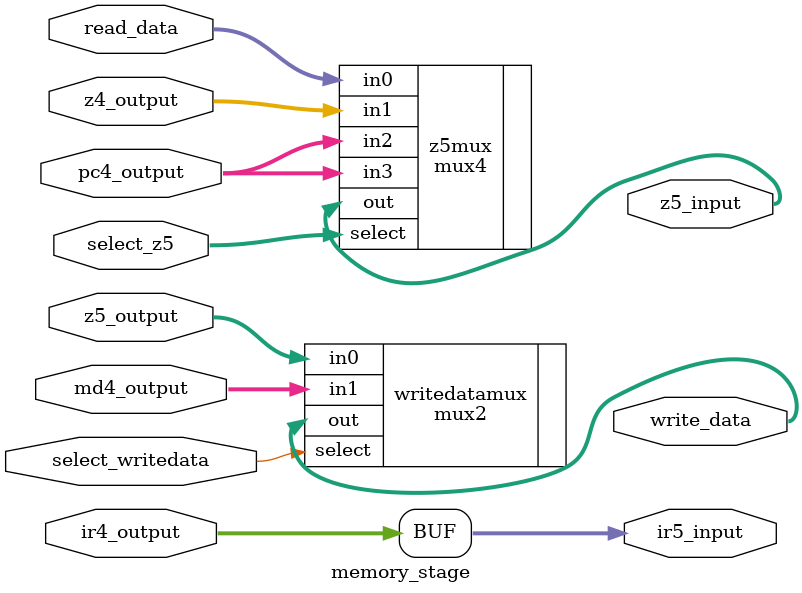
<source format=v>
module memory_stage(ir4_output,pc4_output,z4_output,md4_output,z5_output,read_data,write_data,select_z5,select_writedata,ir5_input,z5_input);
//input clk,reset,select_ir5;
input[31:0] ir4_output,pc4_output,z4_output,md4_output,z5_output,read_data; //inputs from 3rd stage and from data memory 
output[31:0] write_data,ir5_input,z5_input;  // data to be written in memory and inputs to dff for next stage
input[1:0] select_z5; //select line for z5 
input select_writedata;         //to select data to be written to memory
assign ir5_input = ir4_output; //passing instruction to next stage
wire[31:0] ir5_input;
//reg[31:0] nop;

mux2 writedatamux(.in0(z5_output),.in1(md4_output),.select(select_writedata),.out(write_data));
mux4 z5mux(.in0(read_data),.in1(z4_output),.in2(pc4_output),.in3(pc4_output),.select(select_z5),.out(z5_input));
//mux2 ir5_mux(.in0(ir4_output),.in1(nop),.select(select_ir5),.out(ir5_input));

//always@(*)
//		begin
//			if(reset==1)
//				begin
//				nop<=0;
//				end
//		end

endmodule

</source>
